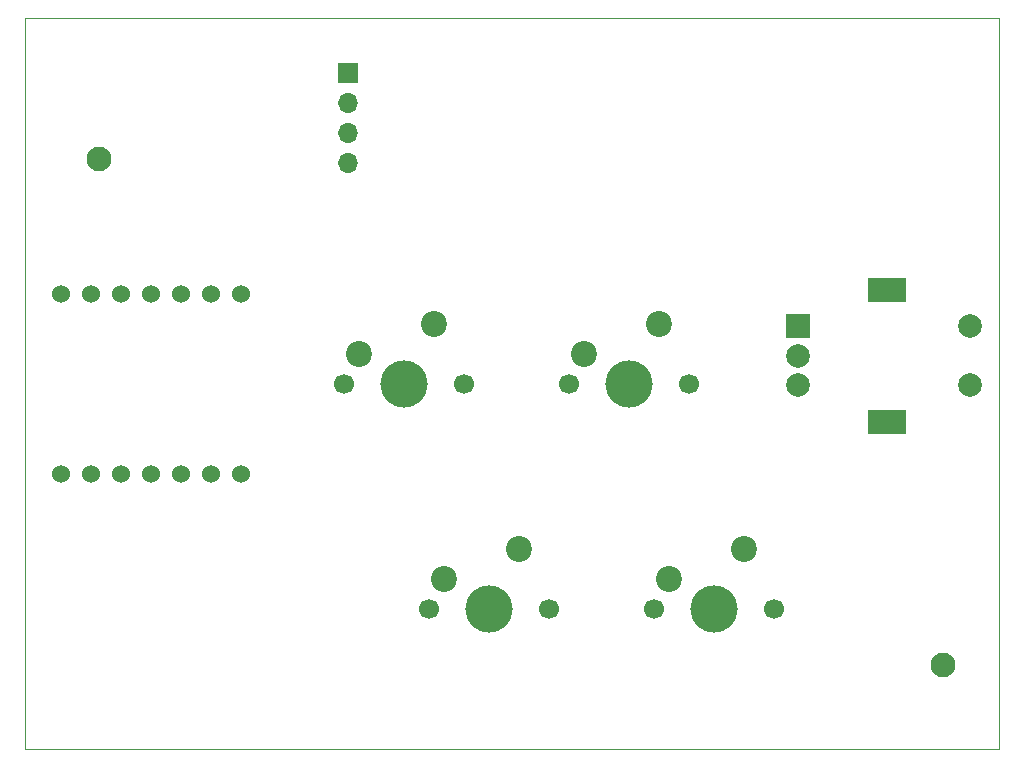
<source format=gbs>
%TF.GenerationSoftware,KiCad,Pcbnew,9.0.6-9.0.6~ubuntu22.04.1*%
%TF.CreationDate,2025-12-08T20:59:37+04:00*%
%TF.ProjectId,HackPad,4861636b-5061-4642-9e6b-696361645f70,rev?*%
%TF.SameCoordinates,Original*%
%TF.FileFunction,Soldermask,Bot*%
%TF.FilePolarity,Negative*%
%FSLAX46Y46*%
G04 Gerber Fmt 4.6, Leading zero omitted, Abs format (unit mm)*
G04 Created by KiCad (PCBNEW 9.0.6-9.0.6~ubuntu22.04.1) date 2025-12-08 20:59:37*
%MOMM*%
%LPD*%
G01*
G04 APERTURE LIST*
%ADD10C,1.700000*%
%ADD11C,4.000000*%
%ADD12C,2.200000*%
%ADD13C,2.100000*%
%ADD14R,1.700000X1.700000*%
%ADD15O,1.700000X1.700000*%
%ADD16R,2.000000X2.000000*%
%ADD17C,2.000000*%
%ADD18R,3.200000X2.000000*%
%ADD19C,1.524000*%
%TA.AperFunction,Profile*%
%ADD20C,0.050000*%
%TD*%
G04 APERTURE END LIST*
D10*
%TO.C,SW1*%
X63658750Y-57150000D03*
D11*
X68738750Y-57150000D03*
D10*
X73818750Y-57150000D03*
D12*
X71278750Y-52070000D03*
X64928750Y-54610000D03*
%TD*%
D13*
%TO.C,REF\u002A\u002A*%
X42862500Y-38100000D03*
%TD*%
D10*
%TO.C,SW4*%
X89852500Y-76200000D03*
D11*
X94932500Y-76200000D03*
D10*
X100012500Y-76200000D03*
D12*
X97472500Y-71120000D03*
X91122500Y-73660000D03*
%TD*%
D10*
%TO.C,SW3*%
X70802500Y-76200000D03*
D11*
X75882500Y-76200000D03*
D10*
X80962500Y-76200000D03*
D12*
X78422500Y-71120000D03*
X72072500Y-73660000D03*
%TD*%
D14*
%TO.C,J1*%
X63976250Y-30797500D03*
D15*
X63976250Y-33337500D03*
X63976250Y-35877500D03*
X63976250Y-38417500D03*
%TD*%
D13*
%TO.C,REF\u002A\u002A*%
X114300000Y-80962500D03*
%TD*%
D10*
%TO.C,SW2*%
X82708750Y-57150000D03*
D11*
X87788750Y-57150000D03*
D10*
X92868750Y-57150000D03*
D12*
X90328750Y-52070000D03*
X83978750Y-54610000D03*
%TD*%
D16*
%TO.C,SW5*%
X102095000Y-52268750D03*
D17*
X102095000Y-57268750D03*
X102095000Y-54768750D03*
D18*
X109595000Y-49168750D03*
X109595000Y-60368750D03*
D17*
X116595000Y-57268750D03*
X116595000Y-52268750D03*
%TD*%
D19*
%TO.C,U1*%
X39687500Y-64770000D03*
X42227500Y-64770000D03*
X44767500Y-64770000D03*
X47307500Y-64770000D03*
X49847500Y-64770000D03*
X52387500Y-64770000D03*
X54927500Y-64770000D03*
X54927500Y-49530000D03*
X52387500Y-49530000D03*
X49847500Y-49530000D03*
X47307500Y-49530000D03*
X44767500Y-49530000D03*
X42227500Y-49530000D03*
X39687500Y-49530000D03*
%TD*%
D20*
X36587932Y-26193750D02*
X119062500Y-26193750D01*
X119062500Y-88106250D01*
X36587932Y-88106250D01*
X36587932Y-26193750D01*
M02*

</source>
